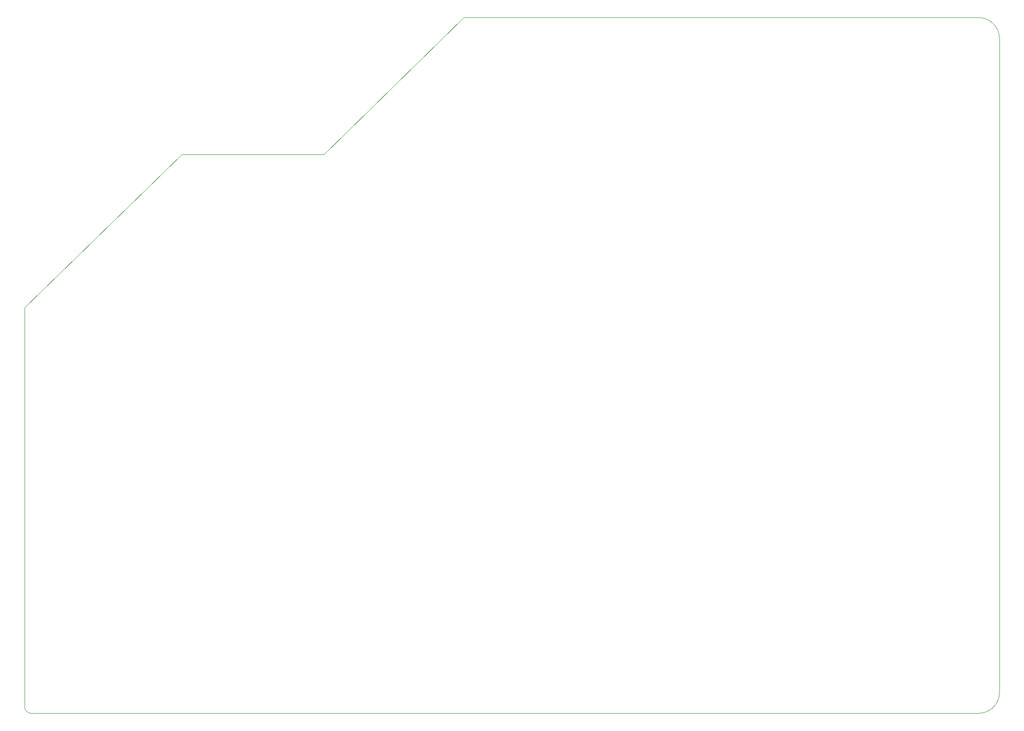
<source format=gbr>
%TF.GenerationSoftware,KiCad,Pcbnew,(6.0.1)*%
%TF.CreationDate,2022-05-08T00:04:24+10:00*%
%TF.ProjectId,211006_lmu_r0,32313130-3036-45f6-9c6d-755f72302e6b,rev?*%
%TF.SameCoordinates,Original*%
%TF.FileFunction,Profile,NP*%
%FSLAX46Y46*%
G04 Gerber Fmt 4.6, Leading zero omitted, Abs format (unit mm)*
G04 Created by KiCad (PCBNEW (6.0.1)) date 2022-05-08 00:04:24*
%MOMM*%
%LPD*%
G01*
G04 APERTURE LIST*
%TA.AperFunction,Profile*%
%ADD10C,0.100000*%
%TD*%
G04 APERTURE END LIST*
D10*
X66402446Y-154083700D02*
G75*
G03*
X67652446Y-155333700I1250002J2D01*
G01*
X251152446Y-27333700D02*
X251152446Y-151333700D01*
X247152446Y-155333700D02*
G75*
G03*
X251152446Y-151333700I0J4000000D01*
G01*
X149652446Y-23333700D02*
X123152446Y-49333700D01*
X123152446Y-49333700D02*
X96152446Y-49333700D01*
X66402446Y-154083700D02*
X66402446Y-78333700D01*
X247152446Y-155333700D02*
X67652446Y-155333700D01*
X66402446Y-78333700D02*
X96152446Y-49333700D01*
X149652446Y-23333700D02*
X247152446Y-23333700D01*
X251152446Y-27333700D02*
G75*
G03*
X247152446Y-23333700I-4000000J0D01*
G01*
M02*

</source>
